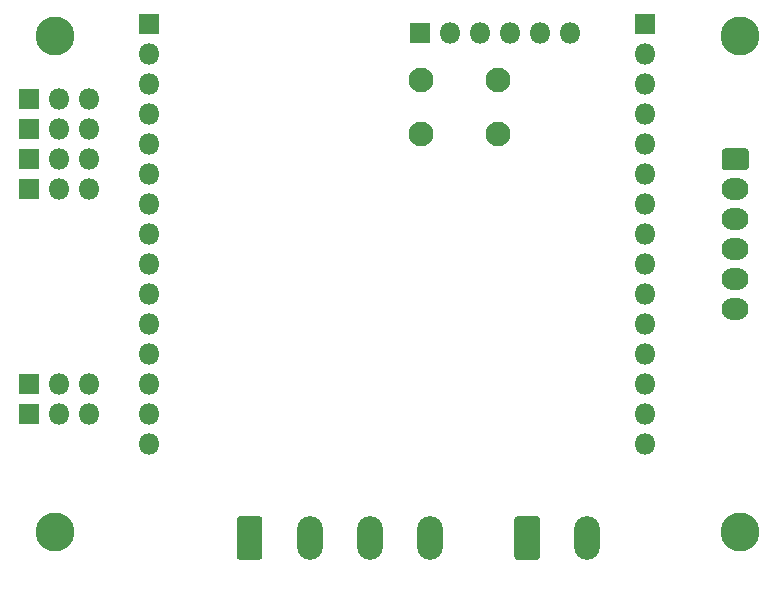
<source format=gbs>
G04 #@! TF.GenerationSoftware,KiCad,Pcbnew,5.1.6-c6e7f7d~87~ubuntu20.04.1*
G04 #@! TF.CreationDate,2020-09-30T23:59:15+01:00*
G04 #@! TF.ProjectId,motor_board,6d6f746f-725f-4626-9f61-72642e6b6963,1.0*
G04 #@! TF.SameCoordinates,PX55d4a80PY5f5e100*
G04 #@! TF.FileFunction,Soldermask,Bot*
G04 #@! TF.FilePolarity,Negative*
%FSLAX46Y46*%
G04 Gerber Fmt 4.6, Leading zero omitted, Abs format (unit mm)*
G04 Created by KiCad (PCBNEW 5.1.6-c6e7f7d~87~ubuntu20.04.1) date 2020-09-30 23:59:15*
%MOMM*%
%LPD*%
G01*
G04 APERTURE LIST*
%ADD10O,1.800000X1.800000*%
%ADD11R,1.800000X1.800000*%
%ADD12C,2.100000*%
%ADD13O,2.180000X3.700000*%
%ADD14O,2.290000X1.840000*%
%ADD15C,3.300000*%
G04 APERTURE END LIST*
D10*
X54000000Y11440000D03*
X54000000Y13980000D03*
X54000000Y16520000D03*
X54000000Y19060000D03*
X54000000Y21600000D03*
X54000000Y24140000D03*
X54000000Y26680000D03*
X54000000Y29220000D03*
X54000000Y31760000D03*
X54000000Y34300000D03*
X54000000Y36840000D03*
X54000000Y39380000D03*
X54000000Y41920000D03*
X54000000Y44460000D03*
D11*
X54000000Y47000000D03*
D12*
X35000000Y37750000D03*
X35000000Y42250000D03*
X41500000Y37750000D03*
X41500000Y42250000D03*
D13*
X49080000Y3500000D03*
G36*
G01*
X42910000Y1912018D02*
X42910000Y5087982D01*
G75*
G02*
X43172018Y5350000I262018J0D01*
G01*
X44827982Y5350000D01*
G75*
G02*
X45090000Y5087982I0J-262018D01*
G01*
X45090000Y1912018D01*
G75*
G02*
X44827982Y1650000I-262018J0D01*
G01*
X43172018Y1650000D01*
G75*
G02*
X42910000Y1912018I0J262018D01*
G01*
G37*
D10*
X47650000Y46250000D03*
X45110000Y46250000D03*
X42570000Y46250000D03*
X40030000Y46250000D03*
X37490000Y46250000D03*
D11*
X34950000Y46250000D03*
D10*
X6920000Y13980000D03*
X4380000Y13980000D03*
D11*
X1840000Y13980000D03*
D10*
X6920000Y16520000D03*
X4380000Y16520000D03*
D11*
X1840000Y16520000D03*
D13*
X35740000Y3500000D03*
X30660000Y3500000D03*
X25580000Y3500000D03*
G36*
G01*
X19410000Y1912018D02*
X19410000Y5087982D01*
G75*
G02*
X19672018Y5350000I262018J0D01*
G01*
X21327982Y5350000D01*
G75*
G02*
X21590000Y5087982I0J-262018D01*
G01*
X21590000Y1912018D01*
G75*
G02*
X21327982Y1650000I-262018J0D01*
G01*
X19672018Y1650000D01*
G75*
G02*
X19410000Y1912018I0J262018D01*
G01*
G37*
D10*
X12000000Y11440000D03*
X12000000Y13980000D03*
X12000000Y16520000D03*
X12000000Y19060000D03*
X12000000Y21600000D03*
X12000000Y24140000D03*
X12000000Y26680000D03*
X12000000Y29220000D03*
X12000000Y31760000D03*
X12000000Y34300000D03*
X12000000Y36840000D03*
X12000000Y39380000D03*
X12000000Y41920000D03*
X12000000Y44460000D03*
D11*
X12000000Y47000000D03*
D10*
X6920000Y33030000D03*
X4380000Y33030000D03*
D11*
X1840000Y33030000D03*
D10*
X6920000Y35570000D03*
X4380000Y35570000D03*
D11*
X1840000Y35570000D03*
D14*
X61620000Y22870000D03*
X61620000Y25410000D03*
X61620000Y27950000D03*
X61620000Y30490000D03*
X61620000Y33030000D03*
G36*
G01*
X60739367Y36490000D02*
X62500633Y36490000D01*
G75*
G02*
X62765000Y36225633I0J-264367D01*
G01*
X62765000Y34914367D01*
G75*
G02*
X62500633Y34650000I-264367J0D01*
G01*
X60739367Y34650000D01*
G75*
G02*
X60475000Y34914367I0J264367D01*
G01*
X60475000Y36225633D01*
G75*
G02*
X60739367Y36490000I264367J0D01*
G01*
G37*
D10*
X6920000Y38110000D03*
X4380000Y38110000D03*
D11*
X1840000Y38110000D03*
D10*
X6920000Y40650000D03*
X4380000Y40650000D03*
D11*
X1840000Y40650000D03*
D15*
X62000000Y4000000D03*
X4000000Y46000000D03*
X4000000Y4000000D03*
X62000000Y46000000D03*
M02*

</source>
